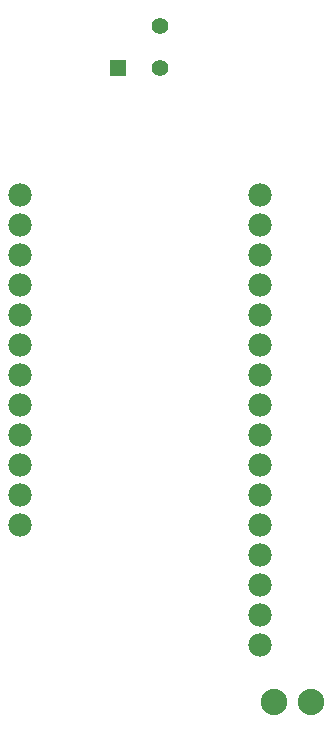
<source format=gbs>
G04*
G04 #@! TF.GenerationSoftware,Altium Limited,Altium Designer,19.1.8 (144)*
G04*
G04 Layer_Color=16711935*
%FSLAX25Y25*%
%MOIN*%
G70*
G01*
G75*
%ADD13C,0.08800*%
%ADD14R,0.05595X0.05595*%
%ADD15C,0.05595*%
%ADD16C,0.07800*%
D13*
X212205Y106299D02*
D03*
X224803D02*
D03*
D14*
X160236Y317717D02*
D03*
D15*
X174409D02*
D03*
Y331890D02*
D03*
D16*
X127559Y275354D02*
D03*
Y265354D02*
D03*
Y255354D02*
D03*
Y245354D02*
D03*
Y235354D02*
D03*
Y225354D02*
D03*
Y215354D02*
D03*
Y205354D02*
D03*
Y195354D02*
D03*
Y185354D02*
D03*
Y175354D02*
D03*
Y165354D02*
D03*
X207559Y125354D02*
D03*
Y135354D02*
D03*
Y145354D02*
D03*
Y155354D02*
D03*
Y165354D02*
D03*
Y175354D02*
D03*
Y185354D02*
D03*
Y195354D02*
D03*
Y205354D02*
D03*
Y215354D02*
D03*
Y225354D02*
D03*
Y235354D02*
D03*
Y245354D02*
D03*
Y255354D02*
D03*
Y265354D02*
D03*
Y275453D02*
D03*
M02*

</source>
